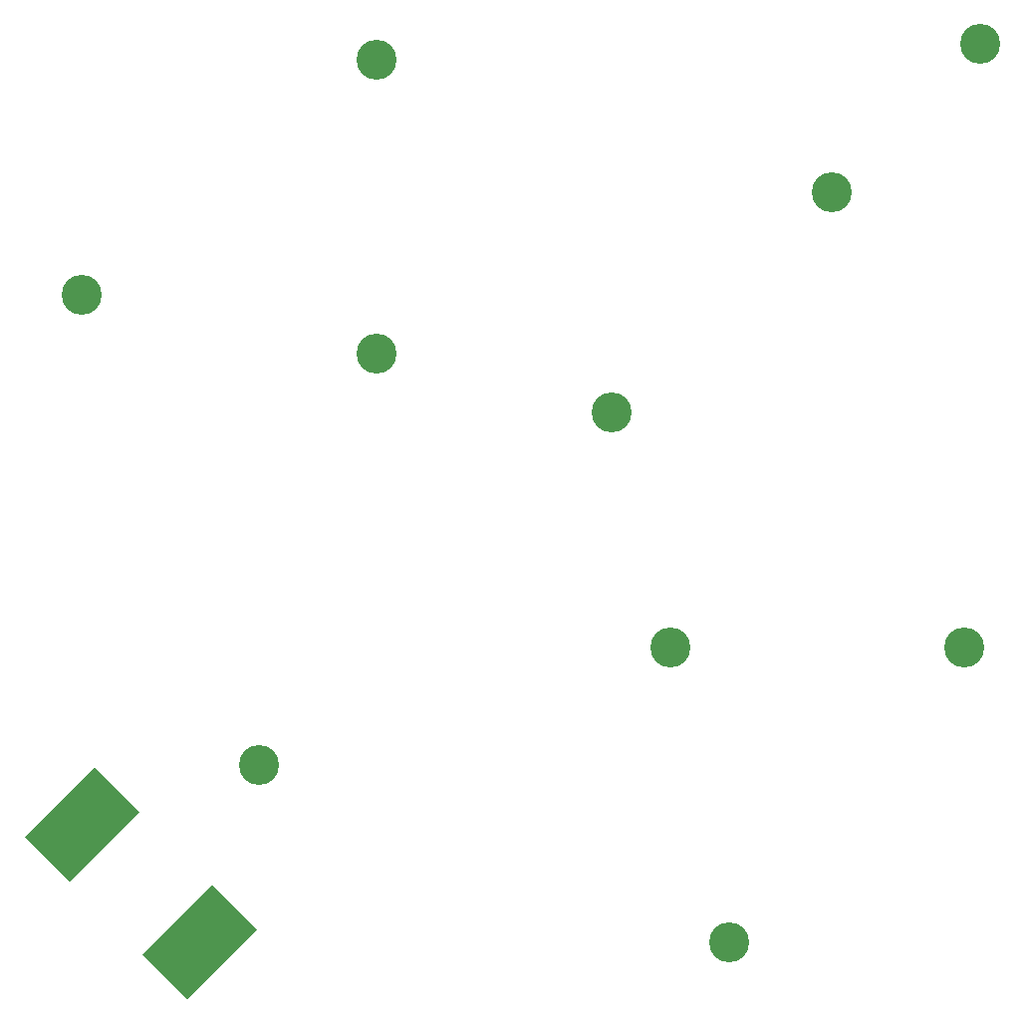
<source format=gbr>
G04 #@! TF.FileFunction,Soldermask,Bot*
%FSLAX46Y46*%
G04 Gerber Fmt 4.6, Leading zero omitted, Abs format (unit mm)*
G04 Created by KiCad (PCBNEW 4.0.6) date 12/04/17 20:42:47*
%MOMM*%
%LPD*%
G01*
G04 APERTURE LIST*
%ADD10C,0.050000*%
%ADD11C,3.400000*%
G04 APERTURE END LIST*
D10*
D11*
X145000000Y-85000000D03*
X115000000Y-115000000D03*
D10*
G36*
X98939340Y-124879037D02*
X95120963Y-121060660D01*
X101060660Y-115120963D01*
X104879037Y-118939340D01*
X98939340Y-124879037D01*
X98939340Y-124879037D01*
G37*
G36*
X108939340Y-134879037D02*
X105120963Y-131060660D01*
X111060660Y-125120963D01*
X114879037Y-128939340D01*
X108939340Y-134879037D01*
X108939340Y-134879037D01*
G37*
D11*
X175000000Y-105000000D03*
X100000000Y-75000000D03*
X155000000Y-130000000D03*
X125000000Y-55000000D03*
X125000000Y-80000000D03*
X150000000Y-105000000D03*
X176293250Y-53706750D03*
X163706750Y-66293250D03*
M02*

</source>
